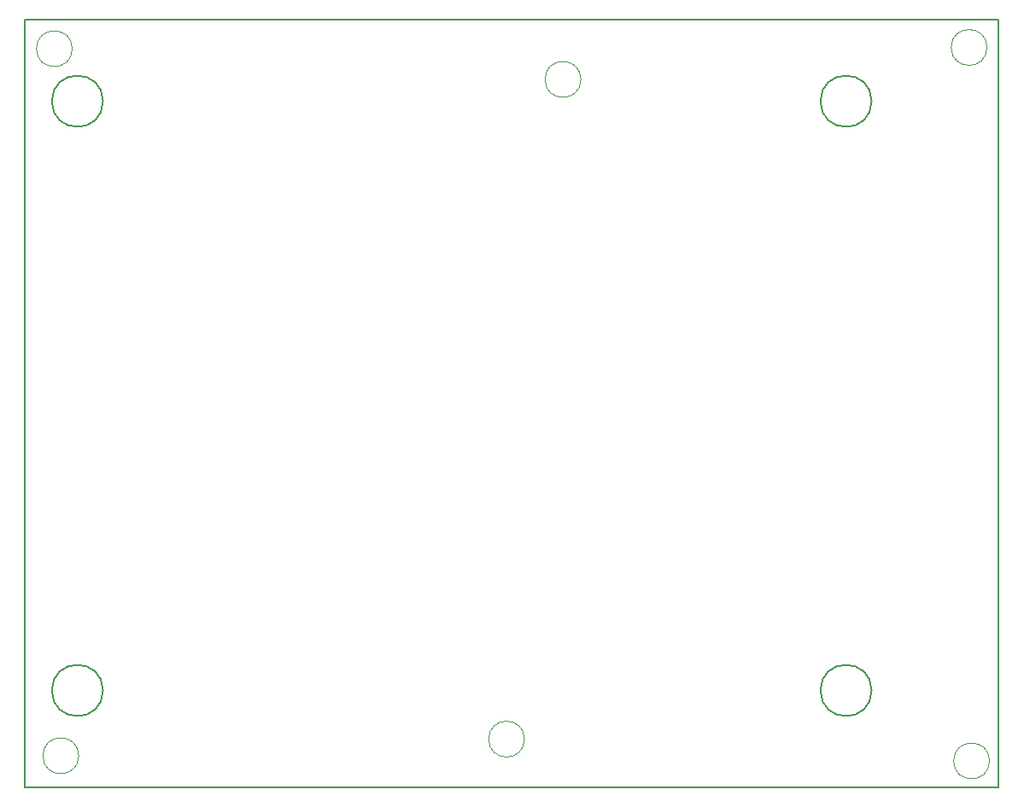
<source format=gbr>
%TF.GenerationSoftware,KiCad,Pcbnew,(6.0.0)*%
%TF.CreationDate,2022-04-01T08:55:31-04:00*%
%TF.ProjectId,Thermostat_Mega,54686572-6d6f-4737-9461-745f4d656761,rev?*%
%TF.SameCoordinates,Original*%
%TF.FileFunction,Profile,NP*%
%FSLAX46Y46*%
G04 Gerber Fmt 4.6, Leading zero omitted, Abs format (unit mm)*
G04 Created by KiCad (PCBNEW (6.0.0)) date 2022-04-01 08:55:31*
%MOMM*%
%LPD*%
G01*
G04 APERTURE LIST*
%TA.AperFunction,Profile*%
%ADD10C,0.150000*%
%TD*%
%TA.AperFunction,Profile*%
%ADD11C,0.100000*%
%TD*%
G04 APERTURE END LIST*
D10*
X96520000Y-31750000D02*
G75*
G03*
X96520000Y-31750000I-2540000J0D01*
G01*
X172720000Y-31750000D02*
G75*
G03*
X172720000Y-31750000I-2540000J0D01*
G01*
X172720000Y-90170000D02*
G75*
G03*
X172720000Y-90170000I-2540000J0D01*
G01*
D11*
X143891000Y-29591000D02*
G75*
G03*
X143891000Y-29591000I-1778000J0D01*
G01*
X138303000Y-94996000D02*
G75*
G03*
X138303000Y-94996000I-1778000J0D01*
G01*
X93472000Y-26543000D02*
G75*
G03*
X93472000Y-26543000I-1778000J0D01*
G01*
X94107000Y-96647000D02*
G75*
G03*
X94107000Y-96647000I-1778000J0D01*
G01*
X184404000Y-97155000D02*
G75*
G03*
X184404000Y-97155000I-1778000J0D01*
G01*
X184150000Y-26416000D02*
G75*
G03*
X184150000Y-26416000I-1778000J0D01*
G01*
D10*
X96520000Y-90170000D02*
G75*
G03*
X96520000Y-90170000I-2540000J0D01*
G01*
X88798400Y-23698200D02*
X185318400Y-23698200D01*
X185318400Y-23698200D02*
X185318400Y-99745800D01*
X185318400Y-99745800D02*
X88798400Y-99745800D01*
X88798400Y-99745800D02*
X88798400Y-23698200D01*
M02*

</source>
